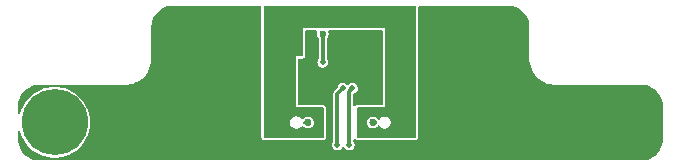
<source format=gbr>
%TF.GenerationSoftware,KiCad,Pcbnew,7.0.6*%
%TF.CreationDate,2023-07-14T15:13:01+01:00*%
%TF.ProjectId,Galia,47616c69-612e-46b6-9963-61645f706362,rev?*%
%TF.SameCoordinates,Original*%
%TF.FileFunction,Copper,L2,Bot*%
%TF.FilePolarity,Positive*%
%FSLAX46Y46*%
G04 Gerber Fmt 4.6, Leading zero omitted, Abs format (unit mm)*
G04 Created by KiCad (PCBNEW 7.0.6) date 2023-07-14 15:13:01*
%MOMM*%
%LPD*%
G01*
G04 APERTURE LIST*
%TA.AperFunction,ComponentPad*%
%ADD10C,5.600000*%
%TD*%
%TA.AperFunction,ComponentPad*%
%ADD11O,2.200000X1.100000*%
%TD*%
%TA.AperFunction,ViaPad*%
%ADD12C,0.600000*%
%TD*%
%TA.AperFunction,ViaPad*%
%ADD13C,0.500000*%
%TD*%
%TA.AperFunction,Conductor*%
%ADD14C,0.300000*%
%TD*%
G04 APERTURE END LIST*
D10*
%TO.P,H1,1*%
%TO.N,N/C*%
X65800000Y-53000000D03*
%TD*%
%TO.P,H2,1,1*%
%TO.N,GND*%
X114200000Y-53000000D03*
%TD*%
D11*
%TO.P,J1,S1,SHIELD*%
%TO.N,GND*%
X92400000Y-55150000D03*
X92400000Y-50850000D03*
X87600000Y-55150000D03*
X87600000Y-50850000D03*
%TD*%
D12*
%TO.N,VBUS*%
X94100000Y-49900000D03*
X88200000Y-53000000D03*
X85900000Y-49900000D03*
X83950000Y-45500000D03*
X94900000Y-49900000D03*
X85100000Y-49100000D03*
X84750000Y-45500000D03*
X91800000Y-53800000D03*
X86350000Y-45500000D03*
X88200000Y-53800000D03*
X88200000Y-52200000D03*
X91800000Y-53000000D03*
X86350000Y-47100000D03*
X91800000Y-52200000D03*
X85100000Y-49900000D03*
X84750000Y-47100000D03*
X85550000Y-45500000D03*
X85550000Y-47100000D03*
X94900000Y-49100000D03*
X83950000Y-47100000D03*
%TO.N,GND*%
X82850000Y-47100000D03*
X102000000Y-51800000D03*
X87250000Y-53000000D03*
X87900000Y-49600000D03*
X92100000Y-48800000D03*
X92750000Y-53000000D03*
X80450000Y-47100000D03*
X81250000Y-45500000D03*
X110000000Y-51800000D03*
X82050000Y-47100000D03*
X92100000Y-49600000D03*
X70000000Y-54200000D03*
X82050000Y-45500000D03*
X87900000Y-48800000D03*
X81250000Y-47100000D03*
X90000000Y-47500000D03*
X82850000Y-45500000D03*
X78000000Y-54200000D03*
X80450000Y-45500000D03*
D13*
%TO.N,CC1*%
X91017406Y-50110187D03*
X90750000Y-54900000D03*
%TO.N,/D-*%
X89750000Y-54900000D03*
X90200753Y-50106627D03*
D12*
%TO.N,CC2*%
X88500000Y-45500000D03*
D13*
X88500000Y-47900000D03*
%TD*%
D14*
%TO.N,CC1*%
X90750000Y-50377593D02*
X91017406Y-50110187D01*
X90750000Y-54900000D02*
X90750000Y-50377593D01*
%TO.N,/D-*%
X89750000Y-54900000D02*
X89750000Y-50557380D01*
X89750000Y-50557380D02*
X90200753Y-50106627D01*
%TO.N,CC2*%
X88500000Y-45500000D02*
X88500000Y-47900000D01*
%TD*%
%TA.AperFunction,Conductor*%
%TO.N,GND*%
G36*
X83253691Y-43119407D02*
G01*
X83289655Y-43168907D01*
X83294500Y-43199499D01*
X83294500Y-43199500D01*
X83294500Y-53033572D01*
X83294500Y-54201000D01*
X83297030Y-54233142D01*
X83297030Y-54233143D01*
X83301875Y-54263738D01*
X83302647Y-54268284D01*
X83302647Y-54268286D01*
X83338591Y-54352382D01*
X83338592Y-54352383D01*
X83374556Y-54401883D01*
X83398797Y-54429628D01*
X83477307Y-54476536D01*
X83535498Y-54495443D01*
X83547552Y-54497352D01*
X83598996Y-54505500D01*
X83599000Y-54505500D01*
X88500996Y-54505500D01*
X88501000Y-54505500D01*
X88533144Y-54502970D01*
X88548440Y-54500547D01*
X88563738Y-54498125D01*
X88564874Y-54497931D01*
X88568287Y-54497352D01*
X88652383Y-54461408D01*
X88701883Y-54425444D01*
X88729628Y-54401203D01*
X88776536Y-54322693D01*
X88795443Y-54264502D01*
X88805500Y-54201000D01*
X88805500Y-51799000D01*
X88802970Y-51766856D01*
X88798125Y-51736263D01*
X88797352Y-51731713D01*
X88761408Y-51647617D01*
X88725444Y-51598117D01*
X88701203Y-51570372D01*
X88622693Y-51523464D01*
X88622691Y-51523463D01*
X88622689Y-51523462D01*
X88564499Y-51504556D01*
X88564500Y-51504556D01*
X88501003Y-51494500D01*
X88501000Y-51494500D01*
X86504500Y-51494500D01*
X86446309Y-51475593D01*
X86410345Y-51426093D01*
X86405500Y-51395500D01*
X86405500Y-49908109D01*
X86405647Y-49906053D01*
X86405647Y-49893960D01*
X86405500Y-49891903D01*
X86405500Y-47704500D01*
X86424407Y-47646309D01*
X86473907Y-47610345D01*
X86504500Y-47605500D01*
X86700996Y-47605500D01*
X86701000Y-47605500D01*
X86733144Y-47602970D01*
X86751898Y-47600000D01*
X86763738Y-47598125D01*
X86764874Y-47597931D01*
X86768287Y-47597352D01*
X86852383Y-47561408D01*
X86901883Y-47525444D01*
X86929628Y-47501203D01*
X86976536Y-47422693D01*
X86995443Y-47364502D01*
X87005500Y-47301000D01*
X87005500Y-45304499D01*
X87024407Y-45246309D01*
X87073907Y-45210345D01*
X87104500Y-45205500D01*
X87930224Y-45205500D01*
X87988415Y-45224407D01*
X88024379Y-45273907D01*
X88024379Y-45335093D01*
X88020276Y-45345629D01*
X88014834Y-45357544D01*
X87994353Y-45499997D01*
X87994353Y-45500002D01*
X88014834Y-45642456D01*
X88074622Y-45773371D01*
X88074623Y-45773373D01*
X88125320Y-45831880D01*
X88149137Y-45888238D01*
X88149500Y-45896710D01*
X88149500Y-47579640D01*
X88130593Y-47637831D01*
X88125321Y-47644469D01*
X88117118Y-47653935D01*
X88117117Y-47653936D01*
X88063302Y-47771774D01*
X88044867Y-47899997D01*
X88044867Y-47900002D01*
X88063302Y-48028225D01*
X88117117Y-48146061D01*
X88117118Y-48146063D01*
X88201951Y-48243967D01*
X88201952Y-48243968D01*
X88220435Y-48255846D01*
X88310931Y-48314004D01*
X88435228Y-48350500D01*
X88435230Y-48350500D01*
X88564770Y-48350500D01*
X88564772Y-48350500D01*
X88689069Y-48314004D01*
X88798049Y-48243967D01*
X88882882Y-48146063D01*
X88936697Y-48028226D01*
X88955133Y-47900000D01*
X88936697Y-47771774D01*
X88882882Y-47653937D01*
X88882882Y-47653936D01*
X88882881Y-47653935D01*
X88874679Y-47644469D01*
X88850863Y-47588109D01*
X88850500Y-47579640D01*
X88850500Y-45896710D01*
X88869407Y-45838519D01*
X88874666Y-45831896D01*
X88925377Y-45773373D01*
X88985165Y-45642457D01*
X89005647Y-45500000D01*
X88985165Y-45357543D01*
X88979724Y-45345629D01*
X88972747Y-45284842D01*
X89002833Y-45231565D01*
X89058488Y-45206146D01*
X89069776Y-45205500D01*
X93495499Y-45205500D01*
X93553690Y-45224407D01*
X93589654Y-45273907D01*
X93594499Y-45304500D01*
X93594499Y-49891939D01*
X93594353Y-49893993D01*
X93594353Y-49906024D01*
X93594499Y-49908072D01*
X93594499Y-50697552D01*
X93594500Y-51395500D01*
X93575593Y-51453691D01*
X93526093Y-51489655D01*
X93495500Y-51494500D01*
X91499000Y-51494500D01*
X91466856Y-51497030D01*
X91451559Y-51499452D01*
X91436262Y-51501875D01*
X91431715Y-51502647D01*
X91431713Y-51502647D01*
X91347617Y-51538591D01*
X91298112Y-51574559D01*
X91264637Y-51603807D01*
X91208375Y-51627855D01*
X91148724Y-51614241D01*
X91108467Y-51568165D01*
X91100500Y-51529254D01*
X91100500Y-51131177D01*
X91100500Y-50629414D01*
X91119406Y-50571227D01*
X91168906Y-50535263D01*
X91171593Y-50534432D01*
X91206475Y-50524191D01*
X91315455Y-50454154D01*
X91400288Y-50356250D01*
X91454103Y-50238413D01*
X91471030Y-50120681D01*
X91472539Y-50110189D01*
X91472539Y-50110184D01*
X91454103Y-49981961D01*
X91434445Y-49938917D01*
X91400288Y-49864124D01*
X91315455Y-49766220D01*
X91315454Y-49766219D01*
X91315453Y-49766218D01*
X91206479Y-49696185D01*
X91206476Y-49696183D01*
X91206475Y-49696183D01*
X91206472Y-49696182D01*
X91082180Y-49659687D01*
X91082178Y-49659687D01*
X90952634Y-49659687D01*
X90952631Y-49659687D01*
X90828339Y-49696182D01*
X90828332Y-49696185D01*
X90719357Y-49766219D01*
X90685440Y-49805362D01*
X90633044Y-49836957D01*
X90572083Y-49831721D01*
X90535801Y-49805360D01*
X90498802Y-49762660D01*
X90498801Y-49762659D01*
X90389826Y-49692625D01*
X90389823Y-49692623D01*
X90389822Y-49692623D01*
X90389819Y-49692622D01*
X90265527Y-49656127D01*
X90265525Y-49656127D01*
X90135981Y-49656127D01*
X90135978Y-49656127D01*
X90011686Y-49692622D01*
X90011679Y-49692625D01*
X89902705Y-49762658D01*
X89817870Y-49860565D01*
X89764055Y-49978401D01*
X89757118Y-50026651D01*
X89730122Y-50081559D01*
X89729130Y-50082566D01*
X89535118Y-50276578D01*
X89519265Y-50289451D01*
X89509335Y-50295939D01*
X89509332Y-50295941D01*
X89488664Y-50322494D01*
X89484605Y-50327092D01*
X89481619Y-50330078D01*
X89468955Y-50347817D01*
X89437483Y-50388254D01*
X89433981Y-50394723D01*
X89430758Y-50401316D01*
X89416138Y-50450425D01*
X89399499Y-50498892D01*
X89398293Y-50506123D01*
X89397383Y-50513427D01*
X89399500Y-50564611D01*
X89399500Y-54579640D01*
X89380593Y-54637831D01*
X89375321Y-54644469D01*
X89367118Y-54653935D01*
X89367117Y-54653936D01*
X89313302Y-54771774D01*
X89294867Y-54899997D01*
X89294867Y-54900002D01*
X89313302Y-55028225D01*
X89367117Y-55146061D01*
X89367118Y-55146063D01*
X89401882Y-55186183D01*
X89451952Y-55243968D01*
X89546553Y-55304764D01*
X89560931Y-55314004D01*
X89685228Y-55350500D01*
X89685230Y-55350500D01*
X89814770Y-55350500D01*
X89814772Y-55350500D01*
X89939069Y-55314004D01*
X90048049Y-55243967D01*
X90132882Y-55146063D01*
X90159107Y-55088639D01*
X90159947Y-55086800D01*
X90201319Y-55041723D01*
X90261286Y-55029572D01*
X90316942Y-55054990D01*
X90340053Y-55086800D01*
X90367117Y-55146061D01*
X90367118Y-55146063D01*
X90401882Y-55186183D01*
X90451952Y-55243968D01*
X90546553Y-55304764D01*
X90560931Y-55314004D01*
X90685228Y-55350500D01*
X90685230Y-55350500D01*
X90814770Y-55350500D01*
X90814772Y-55350500D01*
X90939069Y-55314004D01*
X91048049Y-55243967D01*
X91132882Y-55146063D01*
X91186697Y-55028226D01*
X91192842Y-54985483D01*
X91205133Y-54900002D01*
X91205133Y-54899997D01*
X91186697Y-54771774D01*
X91132882Y-54653936D01*
X91132881Y-54653935D01*
X91124679Y-54644469D01*
X91100863Y-54588109D01*
X91100500Y-54579640D01*
X91100500Y-54466444D01*
X91119407Y-54408253D01*
X91168907Y-54372289D01*
X91230093Y-54372289D01*
X91274053Y-54401307D01*
X91274554Y-54401881D01*
X91274556Y-54401883D01*
X91298797Y-54429628D01*
X91377307Y-54476536D01*
X91435498Y-54495443D01*
X91447552Y-54497352D01*
X91498996Y-54505500D01*
X91499000Y-54505500D01*
X96300996Y-54505500D01*
X96301000Y-54505500D01*
X96333144Y-54502970D01*
X96348440Y-54500547D01*
X96363738Y-54498125D01*
X96364874Y-54497931D01*
X96368287Y-54497352D01*
X96452383Y-54461408D01*
X96501883Y-54425444D01*
X96529628Y-54401203D01*
X96576536Y-54322693D01*
X96595443Y-54264502D01*
X96605500Y-54201000D01*
X96605500Y-43199500D01*
X96605499Y-43199499D01*
X96624407Y-43141309D01*
X96673907Y-43105345D01*
X96704500Y-43100500D01*
X104160119Y-43100500D01*
X104198380Y-43100500D01*
X104201618Y-43100606D01*
X104431644Y-43115682D01*
X104438065Y-43116528D01*
X104662562Y-43161184D01*
X104668816Y-43162859D01*
X104776757Y-43199500D01*
X104885565Y-43236436D01*
X104891553Y-43238916D01*
X105096835Y-43340150D01*
X105102449Y-43343391D01*
X105292768Y-43470558D01*
X105297907Y-43474501D01*
X105469995Y-43625419D01*
X105469997Y-43625420D01*
X105474580Y-43630003D01*
X105625496Y-43802089D01*
X105629442Y-43807232D01*
X105756611Y-43997554D01*
X105759852Y-44003168D01*
X105861082Y-44208442D01*
X105863562Y-44214430D01*
X105937139Y-44431177D01*
X105938816Y-44437438D01*
X105983471Y-44661934D01*
X105984317Y-44668360D01*
X105998019Y-44877410D01*
X105999395Y-44898392D01*
X105999501Y-44901631D01*
X105999501Y-47558992D01*
X105999500Y-47558995D01*
X105999500Y-47733100D01*
X105999501Y-47733117D01*
X106031586Y-47997365D01*
X106031588Y-47997380D01*
X106095295Y-48255846D01*
X106095296Y-48255849D01*
X106095297Y-48255852D01*
X106189697Y-48504764D01*
X106189699Y-48504767D01*
X106313414Y-48740487D01*
X106313415Y-48740488D01*
X106464626Y-48959556D01*
X106464631Y-48959562D01*
X106464637Y-48959571D01*
X106641168Y-49158833D01*
X106840430Y-49335364D01*
X106840440Y-49335371D01*
X106840444Y-49335374D01*
X107059512Y-49486585D01*
X107059513Y-49486586D01*
X107059515Y-49486587D01*
X107059518Y-49486589D01*
X107076110Y-49495297D01*
X107295239Y-49610305D01*
X107343658Y-49628667D01*
X107544149Y-49704703D01*
X107579479Y-49713411D01*
X107802620Y-49768411D01*
X107802622Y-49768411D01*
X107802625Y-49768412D01*
X108066895Y-49800500D01*
X108177410Y-49800500D01*
X115460118Y-49800500D01*
X115498379Y-49800500D01*
X115501617Y-49800606D01*
X115731645Y-49815682D01*
X115738063Y-49816527D01*
X115801890Y-49829223D01*
X115962561Y-49861183D01*
X115968814Y-49862858D01*
X116096062Y-49906053D01*
X116185569Y-49936437D01*
X116191544Y-49938911D01*
X116396838Y-50040151D01*
X116402447Y-50043389D01*
X116592766Y-50170557D01*
X116597908Y-50174503D01*
X116670783Y-50238412D01*
X116770000Y-50325422D01*
X116774577Y-50329999D01*
X116825665Y-50388254D01*
X116925496Y-50502091D01*
X116929442Y-50507233D01*
X117056610Y-50697552D01*
X117059851Y-50703166D01*
X117161082Y-50908442D01*
X117163562Y-50914430D01*
X117237139Y-51131177D01*
X117238816Y-51137438D01*
X117283471Y-51361934D01*
X117284317Y-51368360D01*
X117293119Y-51502647D01*
X117297413Y-51568165D01*
X117299394Y-51598380D01*
X117299500Y-51601619D01*
X117299500Y-54398379D01*
X117299394Y-54401618D01*
X117284317Y-54631639D01*
X117283471Y-54638065D01*
X117238816Y-54862561D01*
X117237139Y-54868822D01*
X117163562Y-55085569D01*
X117161082Y-55091557D01*
X117059851Y-55296833D01*
X117056610Y-55302447D01*
X116929442Y-55492766D01*
X116925496Y-55497908D01*
X116774580Y-55669997D01*
X116769997Y-55674580D01*
X116597908Y-55825496D01*
X116592766Y-55829442D01*
X116402447Y-55956610D01*
X116396833Y-55959851D01*
X116191557Y-56061082D01*
X116185569Y-56063562D01*
X115968822Y-56137139D01*
X115962561Y-56138816D01*
X115738065Y-56183471D01*
X115731639Y-56184317D01*
X115520355Y-56198165D01*
X115501616Y-56199394D01*
X115498379Y-56199500D01*
X64551413Y-56199500D01*
X64551405Y-56199499D01*
X64539882Y-56199499D01*
X64501621Y-56199499D01*
X64498383Y-56199393D01*
X64268360Y-56184316D01*
X64261934Y-56183470D01*
X64037438Y-56138815D01*
X64031177Y-56137138D01*
X63814430Y-56063561D01*
X63808448Y-56061083D01*
X63603166Y-55959850D01*
X63597552Y-55956609D01*
X63407233Y-55829441D01*
X63402091Y-55825495D01*
X63230003Y-55674579D01*
X63225420Y-55669996D01*
X63166589Y-55602912D01*
X63074495Y-55497899D01*
X63070558Y-55492767D01*
X63070557Y-55492766D01*
X62943391Y-55302447D01*
X62940150Y-55296834D01*
X62940150Y-55296833D01*
X62838908Y-55091536D01*
X62836436Y-55085567D01*
X62762857Y-54868810D01*
X62761186Y-54862573D01*
X62716528Y-54638062D01*
X62715683Y-54631644D01*
X62700605Y-54401596D01*
X62700500Y-54398367D01*
X62700500Y-53784693D01*
X62719407Y-53726502D01*
X62768907Y-53690538D01*
X62830093Y-53690538D01*
X62879593Y-53726502D01*
X62894341Y-53756300D01*
X62975672Y-54027965D01*
X62975674Y-54027972D01*
X63079335Y-54268284D01*
X63114111Y-54348904D01*
X63288870Y-54651596D01*
X63497588Y-54931953D01*
X63737442Y-55186183D01*
X64005189Y-55410849D01*
X64297207Y-55602913D01*
X64609549Y-55759777D01*
X64937989Y-55879319D01*
X64937992Y-55879319D01*
X64937993Y-55879320D01*
X65278075Y-55959921D01*
X65278080Y-55959921D01*
X65278086Y-55959923D01*
X65625241Y-56000500D01*
X65625244Y-56000500D01*
X65974756Y-56000500D01*
X65974759Y-56000500D01*
X66321914Y-55959923D01*
X66321920Y-55959921D01*
X66321924Y-55959921D01*
X66548645Y-55906187D01*
X66662011Y-55879319D01*
X66990451Y-55759777D01*
X67302793Y-55602913D01*
X67594811Y-55410849D01*
X67862558Y-55186183D01*
X68102412Y-54931953D01*
X68311130Y-54651596D01*
X68485889Y-54348904D01*
X68624326Y-54027971D01*
X68724569Y-53693136D01*
X68785262Y-53348927D01*
X68805585Y-53000000D01*
X68785262Y-52651073D01*
X68724569Y-52306864D01*
X68624326Y-51972029D01*
X68485889Y-51651096D01*
X68311130Y-51348404D01*
X68102412Y-51068047D01*
X67862558Y-50813817D01*
X67594811Y-50589151D01*
X67496046Y-50524192D01*
X67302794Y-50397087D01*
X66990453Y-50240224D01*
X66990452Y-50240223D01*
X66990451Y-50240223D01*
X66662011Y-50120681D01*
X66662012Y-50120681D01*
X66662006Y-50120679D01*
X66321924Y-50040078D01*
X66207048Y-50026651D01*
X65974759Y-49999500D01*
X65625241Y-49999500D01*
X65433950Y-50021858D01*
X65278075Y-50040078D01*
X64937993Y-50120679D01*
X64741191Y-50192309D01*
X64609549Y-50240223D01*
X64609548Y-50240223D01*
X64609546Y-50240224D01*
X64297205Y-50397087D01*
X64005190Y-50589150D01*
X63737443Y-50813815D01*
X63497591Y-51068043D01*
X63288871Y-51348402D01*
X63288869Y-51348405D01*
X63114111Y-51651095D01*
X63114108Y-51651102D01*
X62975674Y-51972027D01*
X62975673Y-51972029D01*
X62894341Y-52243700D01*
X62859539Y-52294023D01*
X62801804Y-52314279D01*
X62743189Y-52296731D01*
X62706083Y-52248081D01*
X62700500Y-52215306D01*
X62700500Y-51601619D01*
X62700606Y-51598381D01*
X62700623Y-51598117D01*
X62715683Y-51368352D01*
X62716528Y-51361934D01*
X62719220Y-51348404D01*
X62761183Y-51137438D01*
X62762856Y-51131188D01*
X62836438Y-50914427D01*
X62838909Y-50908460D01*
X62940154Y-50703154D01*
X62943384Y-50697560D01*
X63070561Y-50507227D01*
X63074503Y-50502091D01*
X63225429Y-50329991D01*
X63229991Y-50325429D01*
X63402094Y-50174499D01*
X63407227Y-50170561D01*
X63597560Y-50043384D01*
X63603154Y-50040154D01*
X63808460Y-49938909D01*
X63814427Y-49936438D01*
X64031188Y-49862856D01*
X64037438Y-49861183D01*
X64101263Y-49848487D01*
X64261938Y-49816527D01*
X64268352Y-49815683D01*
X64498382Y-49800606D01*
X64501621Y-49800500D01*
X71933101Y-49800500D01*
X71933106Y-49800500D01*
X72197376Y-49768412D01*
X72455852Y-49704703D01*
X72704764Y-49610303D01*
X72940483Y-49486589D01*
X73159570Y-49335363D01*
X73358832Y-49158832D01*
X73535363Y-48959570D01*
X73686589Y-48740483D01*
X73810303Y-48504764D01*
X73904703Y-48255852D01*
X73968412Y-47997376D01*
X74000500Y-47733106D01*
X74000500Y-47600000D01*
X74000500Y-47560118D01*
X74000500Y-47560117D01*
X74000500Y-44901618D01*
X74000606Y-44898381D01*
X74015683Y-44668352D01*
X74016528Y-44661934D01*
X74061183Y-44437438D01*
X74062856Y-44431188D01*
X74136438Y-44214427D01*
X74138909Y-44208460D01*
X74240154Y-44003154D01*
X74243388Y-43997554D01*
X74370561Y-43807227D01*
X74374503Y-43802091D01*
X74374505Y-43802089D01*
X74525429Y-43629991D01*
X74529991Y-43625429D01*
X74702094Y-43474499D01*
X74707232Y-43470558D01*
X74897560Y-43343384D01*
X74903154Y-43340154D01*
X75108460Y-43238909D01*
X75114427Y-43236438D01*
X75331188Y-43162856D01*
X75337438Y-43161183D01*
X75401263Y-43148487D01*
X75561938Y-43116527D01*
X75568352Y-43115683D01*
X75798382Y-43100606D01*
X75801621Y-43100500D01*
X75839882Y-43100500D01*
X83195500Y-43100500D01*
X83253691Y-43119407D01*
G37*
%TD.AperFunction*%
%TA.AperFunction,Conductor*%
G36*
X87306071Y-52709010D02*
G01*
X87340676Y-52719170D01*
X87360145Y-52724886D01*
X87385774Y-52736590D01*
X87433193Y-52767063D01*
X87454490Y-52785516D01*
X87491401Y-52828114D01*
X87506635Y-52851819D01*
X87530049Y-52903089D01*
X87537987Y-52930125D01*
X87546008Y-52985909D01*
X87546008Y-53014088D01*
X87537988Y-53069871D01*
X87530049Y-53096909D01*
X87506633Y-53148182D01*
X87491398Y-53171887D01*
X87454489Y-53214481D01*
X87433194Y-53232933D01*
X87385780Y-53263404D01*
X87360151Y-53275109D01*
X87306073Y-53290989D01*
X87278179Y-53295000D01*
X87221820Y-53295000D01*
X87193927Y-53290989D01*
X87139847Y-53275109D01*
X87114217Y-53263404D01*
X87066801Y-53232932D01*
X87045508Y-53214482D01*
X87004646Y-53167325D01*
X86984522Y-53148182D01*
X86975993Y-53140068D01*
X86946116Y-53116686D01*
X86936491Y-53109596D01*
X86894115Y-53092598D01*
X86847146Y-53053386D01*
X86832196Y-52994055D01*
X86854975Y-52937268D01*
X86898026Y-52908025D01*
X86898013Y-52907995D01*
X86898193Y-52907912D01*
X86899998Y-52906685D01*
X86903067Y-52905675D01*
X86955462Y-52874079D01*
X87004649Y-52832672D01*
X87045509Y-52785515D01*
X87066798Y-52767066D01*
X87114218Y-52736591D01*
X87139844Y-52724889D01*
X87171250Y-52715667D01*
X87193926Y-52709010D01*
X87221816Y-52705000D01*
X87278182Y-52705000D01*
X87306071Y-52709010D01*
G37*
%TD.AperFunction*%
%TA.AperFunction,Conductor*%
G36*
X92806072Y-52709010D02*
G01*
X92860143Y-52724886D01*
X92885775Y-52736591D01*
X92933197Y-52767066D01*
X92954492Y-52785518D01*
X93015845Y-52856323D01*
X93062528Y-52896194D01*
X93062530Y-52896195D01*
X93062531Y-52896196D01*
X93094750Y-52916258D01*
X93134153Y-52963066D01*
X93138517Y-53024096D01*
X93106176Y-53076035D01*
X93093543Y-53085076D01*
X93065033Y-53102267D01*
X93065025Y-53102273D01*
X93015850Y-53143668D01*
X93015840Y-53143678D01*
X92954492Y-53214479D01*
X92933196Y-53232933D01*
X92885778Y-53263406D01*
X92860148Y-53275110D01*
X92806072Y-53290989D01*
X92778179Y-53295000D01*
X92721820Y-53295000D01*
X92693929Y-53290990D01*
X92672480Y-53284692D01*
X92639846Y-53275110D01*
X92614215Y-53263404D01*
X92566804Y-53232935D01*
X92545511Y-53214486D01*
X92508595Y-53171881D01*
X92493365Y-53148182D01*
X92491307Y-53143675D01*
X92469949Y-53096909D01*
X92462011Y-53069876D01*
X92453990Y-53014081D01*
X92453990Y-52985923D01*
X92462013Y-52930111D01*
X92469946Y-52903094D01*
X92493368Y-52851808D01*
X92508594Y-52828116D01*
X92545512Y-52785511D01*
X92566800Y-52767065D01*
X92614214Y-52736593D01*
X92639842Y-52724889D01*
X92693924Y-52709010D01*
X92721816Y-52705000D01*
X92778182Y-52705000D01*
X92806072Y-52709010D01*
G37*
%TD.AperFunction*%
%TD*%
%TA.AperFunction,Conductor*%
%TO.N,VBUS*%
G36*
X96359191Y-43119407D02*
G01*
X96395155Y-43168907D01*
X96400000Y-43199500D01*
X96400000Y-54201000D01*
X96381093Y-54259191D01*
X96331593Y-54295155D01*
X96301000Y-54300000D01*
X91499000Y-54300000D01*
X91440809Y-54281093D01*
X91404845Y-54231593D01*
X91400000Y-54201000D01*
X91400000Y-53000002D01*
X92244353Y-53000002D01*
X92264834Y-53142456D01*
X92297622Y-53214250D01*
X92324623Y-53273373D01*
X92418871Y-53382142D01*
X92418873Y-53382144D01*
X92539942Y-53459950D01*
X92539947Y-53459953D01*
X92646403Y-53491211D01*
X92678035Y-53500499D01*
X92678036Y-53500499D01*
X92678039Y-53500500D01*
X92678041Y-53500500D01*
X92821959Y-53500500D01*
X92821961Y-53500500D01*
X92960053Y-53459953D01*
X93081128Y-53382143D01*
X93171152Y-53278248D01*
X93223546Y-53246654D01*
X93284507Y-53251889D01*
X93329254Y-53289557D01*
X93360222Y-53337744D01*
X93471164Y-53433877D01*
X93604696Y-53494859D01*
X93604697Y-53494859D01*
X93604699Y-53494860D01*
X93713479Y-53510500D01*
X93713484Y-53510500D01*
X93786521Y-53510500D01*
X93895300Y-53494860D01*
X93895301Y-53494859D01*
X93895304Y-53494859D01*
X94028836Y-53433877D01*
X94139778Y-53337744D01*
X94219143Y-53214250D01*
X94260500Y-53073399D01*
X94260500Y-52926601D01*
X94219143Y-52785750D01*
X94139778Y-52662256D01*
X94028836Y-52566123D01*
X93895304Y-52505141D01*
X93895300Y-52505139D01*
X93786521Y-52489500D01*
X93786516Y-52489500D01*
X93713484Y-52489500D01*
X93713479Y-52489500D01*
X93604699Y-52505139D01*
X93471164Y-52566123D01*
X93360221Y-52662256D01*
X93329253Y-52710443D01*
X93281887Y-52749173D01*
X93220801Y-52752665D01*
X93171151Y-52721749D01*
X93081129Y-52617858D01*
X93081127Y-52617856D01*
X92960057Y-52540049D01*
X92960054Y-52540047D01*
X92960053Y-52540047D01*
X92960050Y-52540046D01*
X92821964Y-52499500D01*
X92821961Y-52499500D01*
X92678039Y-52499500D01*
X92678035Y-52499500D01*
X92539949Y-52540046D01*
X92539942Y-52540049D01*
X92418873Y-52617855D01*
X92324622Y-52726628D01*
X92264834Y-52857543D01*
X92244353Y-52999997D01*
X92244353Y-53000002D01*
X91400000Y-53000002D01*
X91400000Y-51799000D01*
X91418907Y-51740809D01*
X91468407Y-51704845D01*
X91499000Y-51700000D01*
X93799999Y-51700000D01*
X93800000Y-51700000D01*
X93800000Y-45000000D01*
X93799999Y-45000000D01*
X88582519Y-45000000D01*
X88575524Y-44999500D01*
X88571961Y-44999500D01*
X88428039Y-44999500D01*
X88424476Y-44999500D01*
X88417481Y-45000000D01*
X86800001Y-45000000D01*
X86800000Y-45000000D01*
X86800000Y-45000001D01*
X86800000Y-47301000D01*
X86781093Y-47359191D01*
X86731593Y-47395155D01*
X86701000Y-47400000D01*
X86200000Y-47400000D01*
X86200000Y-51700000D01*
X88501000Y-51700000D01*
X88559191Y-51718907D01*
X88595155Y-51768407D01*
X88600000Y-51799000D01*
X88600000Y-54201000D01*
X88581093Y-54259191D01*
X88531593Y-54295155D01*
X88501000Y-54300000D01*
X83599000Y-54300000D01*
X83540809Y-54281093D01*
X83504845Y-54231593D01*
X83500000Y-54201000D01*
X83500000Y-53060626D01*
X85689500Y-53060626D01*
X85711426Y-53142456D01*
X85720883Y-53177751D01*
X85781504Y-53282749D01*
X85781506Y-53282751D01*
X85781508Y-53282754D01*
X85867246Y-53368492D01*
X85867248Y-53368493D01*
X85944346Y-53413006D01*
X85959672Y-53423919D01*
X85971164Y-53433877D01*
X86104696Y-53494859D01*
X86104697Y-53494859D01*
X86104699Y-53494860D01*
X86213479Y-53510500D01*
X86213484Y-53510500D01*
X86286521Y-53510500D01*
X86395300Y-53494860D01*
X86395301Y-53494859D01*
X86395304Y-53494859D01*
X86528836Y-53433877D01*
X86540328Y-53423918D01*
X86555648Y-53413008D01*
X86632754Y-53368492D01*
X86704520Y-53296725D01*
X86759034Y-53268949D01*
X86819466Y-53278520D01*
X86849340Y-53301899D01*
X86901737Y-53362368D01*
X86918871Y-53382142D01*
X86918872Y-53382143D01*
X86983884Y-53423924D01*
X87039947Y-53459953D01*
X87146403Y-53491211D01*
X87178035Y-53500499D01*
X87178036Y-53500499D01*
X87178039Y-53500500D01*
X87178041Y-53500500D01*
X87321959Y-53500500D01*
X87321961Y-53500500D01*
X87460053Y-53459953D01*
X87581128Y-53382143D01*
X87675377Y-53273373D01*
X87735165Y-53142457D01*
X87755647Y-53000000D01*
X87746930Y-52939374D01*
X87735165Y-52857543D01*
X87687268Y-52752665D01*
X87675377Y-52726627D01*
X87581128Y-52617857D01*
X87581127Y-52617856D01*
X87581126Y-52617855D01*
X87460057Y-52540049D01*
X87460054Y-52540047D01*
X87460053Y-52540047D01*
X87460050Y-52540046D01*
X87321964Y-52499500D01*
X87321961Y-52499500D01*
X87178039Y-52499500D01*
X87178035Y-52499500D01*
X87039949Y-52540046D01*
X87039942Y-52540049D01*
X86918872Y-52617856D01*
X86918870Y-52617857D01*
X86849341Y-52698100D01*
X86796946Y-52729696D01*
X86735985Y-52724460D01*
X86704521Y-52703275D01*
X86632754Y-52631508D01*
X86555652Y-52586993D01*
X86540326Y-52576079D01*
X86528837Y-52566124D01*
X86528836Y-52566123D01*
X86395304Y-52505141D01*
X86395300Y-52505139D01*
X86286521Y-52489500D01*
X86286516Y-52489500D01*
X86213484Y-52489500D01*
X86213479Y-52489500D01*
X86104697Y-52505140D01*
X86104695Y-52505140D01*
X85971162Y-52566123D01*
X85959674Y-52576078D01*
X85944346Y-52586993D01*
X85867248Y-52631506D01*
X85781504Y-52717250D01*
X85720883Y-52822248D01*
X85720882Y-52822253D01*
X85689500Y-52939374D01*
X85689500Y-52960118D01*
X85689500Y-53000000D01*
X85689500Y-53060626D01*
X83500000Y-53060626D01*
X83500000Y-43199500D01*
X83518907Y-43141309D01*
X83568407Y-43105345D01*
X83599000Y-43100500D01*
X96301000Y-43100500D01*
X96359191Y-43119407D01*
G37*
%TD.AperFunction*%
%TD*%
M02*

</source>
